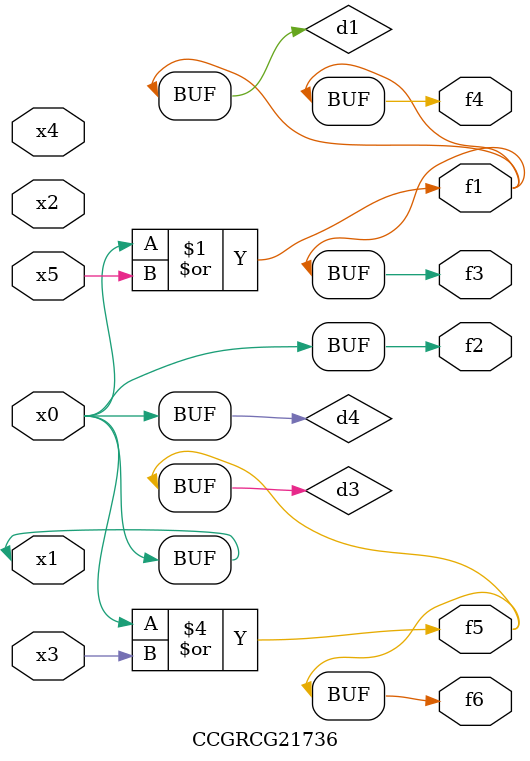
<source format=v>
module CCGRCG21736(
	input x0, x1, x2, x3, x4, x5,
	output f1, f2, f3, f4, f5, f6
);

	wire d1, d2, d3, d4;

	or (d1, x0, x5);
	xnor (d2, x1, x4);
	or (d3, x0, x3);
	buf (d4, x0, x1);
	assign f1 = d1;
	assign f2 = d4;
	assign f3 = d1;
	assign f4 = d1;
	assign f5 = d3;
	assign f6 = d3;
endmodule

</source>
